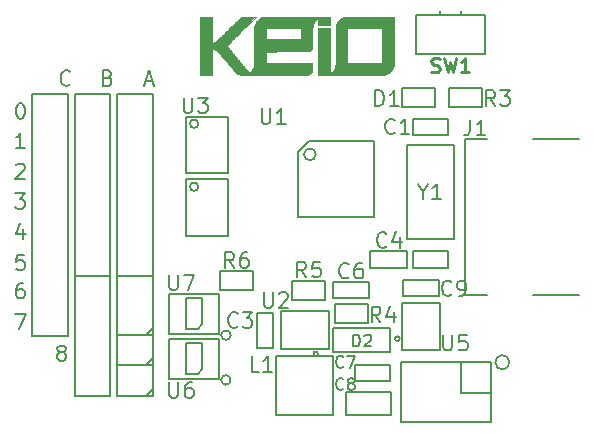
<source format=gbr>
G04 #@! TF.FileFunction,Other,ECO1*
%FSLAX46Y46*%
G04 Gerber Fmt 4.6, Leading zero omitted, Abs format (unit mm)*
G04 Created by KiCad (PCBNEW 4.0.5) date 02/11/17 17:41:13*
%MOMM*%
%LPD*%
G01*
G04 APERTURE LIST*
%ADD10C,0.100000*%
%ADD11C,0.200000*%
%ADD12C,0.250000*%
%ADD13C,0.010000*%
G04 APERTURE END LIST*
D10*
D11*
X85000000Y-85700000D02*
X85000000Y-87900000D01*
X83600000Y-85700000D02*
X85000000Y-85700000D01*
X85000000Y-87900000D02*
X84600000Y-88300000D01*
X84600000Y-88300000D02*
X83600000Y-88300000D01*
X83600000Y-88300000D02*
X83600000Y-85700000D01*
X85000000Y-81900000D02*
X85000000Y-84100000D01*
X83600000Y-81900000D02*
X85000000Y-81900000D01*
X83600000Y-84500000D02*
X83600000Y-81900000D01*
X84600000Y-84500000D02*
X83600000Y-84500000D01*
X85000000Y-84100000D02*
X84600000Y-84500000D01*
X87400000Y-88800000D02*
G75*
G03X87400000Y-88800000I-400000J0D01*
G01*
X87400000Y-85000000D02*
G75*
G03X87400000Y-85000000I-400000J0D01*
G01*
X80800000Y-84400000D02*
X80200000Y-85000000D01*
X80800000Y-86900000D02*
X80200000Y-87500000D01*
X80800000Y-89600000D02*
X80200000Y-90200000D01*
X77200000Y-80000000D02*
X74200000Y-80000000D01*
X70600000Y-85100000D02*
X70600000Y-64600000D01*
X73600000Y-85100000D02*
X70600000Y-85100000D01*
X73600000Y-64600000D02*
X73600000Y-85100000D01*
X70600000Y-64600000D02*
X73600000Y-64600000D01*
X74200000Y-64600000D02*
X77200000Y-64600000D01*
X74200000Y-90200000D02*
X74200000Y-64600000D01*
X77200000Y-90200000D02*
X74200000Y-90200000D01*
X77200000Y-64600000D02*
X77200000Y-90200000D01*
X77800000Y-64600000D02*
X77800000Y-80000000D01*
X80800000Y-64600000D02*
X77800000Y-64600000D01*
X80800000Y-80000000D02*
X80800000Y-64600000D01*
X77800000Y-87500000D02*
X80800000Y-87500000D01*
X77800000Y-90200000D02*
X77800000Y-85000000D01*
X80800000Y-90200000D02*
X77800000Y-90200000D01*
X80800000Y-87700000D02*
X80800000Y-90200000D01*
X80800000Y-85000000D02*
X80800000Y-87700000D01*
X77800000Y-85000000D02*
X77800000Y-80000000D01*
X80800000Y-85000000D02*
X77800000Y-85000000D01*
X80800000Y-80000000D02*
X80800000Y-85000000D01*
X77800000Y-80000000D02*
X80800000Y-80000000D01*
X94600000Y-69700000D02*
G75*
G03X94600000Y-69700000I-500000J0D01*
G01*
X93100000Y-69500000D02*
X93100000Y-75000000D01*
X94000000Y-68600000D02*
X93100000Y-69500000D01*
X99500000Y-68600000D02*
X94000000Y-68600000D01*
X99500000Y-75000000D02*
X99500000Y-68600000D01*
X93100000Y-75000000D02*
X99500000Y-75000000D01*
X105409524Y-84988095D02*
X105409524Y-86040476D01*
X105471429Y-86164286D01*
X105533333Y-86226190D01*
X105657143Y-86288095D01*
X105904762Y-86288095D01*
X106028571Y-86226190D01*
X106090476Y-86164286D01*
X106152381Y-86040476D01*
X106152381Y-84988095D01*
X107390476Y-84988095D02*
X106771429Y-84988095D01*
X106709524Y-85607143D01*
X106771429Y-85545238D01*
X106895238Y-85483333D01*
X107204762Y-85483333D01*
X107328572Y-85545238D01*
X107390476Y-85607143D01*
X107452381Y-85730952D01*
X107452381Y-86040476D01*
X107390476Y-86164286D01*
X107328572Y-86226190D01*
X107204762Y-86288095D01*
X106895238Y-86288095D01*
X106771429Y-86226190D01*
X106709524Y-86164286D01*
X107666667Y-66788095D02*
X107666667Y-67716667D01*
X107604763Y-67902381D01*
X107480953Y-68026190D01*
X107295239Y-68088095D01*
X107171429Y-68088095D01*
X108966667Y-68088095D02*
X108223810Y-68088095D01*
X108595239Y-68088095D02*
X108595239Y-66788095D01*
X108471429Y-66973810D01*
X108347620Y-67097619D01*
X108223810Y-67159524D01*
X107200000Y-81600000D02*
X109100000Y-81600000D01*
X107200000Y-68400000D02*
X107200000Y-81600000D01*
X109100000Y-68400000D02*
X107200000Y-68400000D01*
X113000000Y-81600000D02*
X116900000Y-81600000D01*
X113000000Y-68400000D02*
X116900000Y-68400000D01*
X73802381Y-63764286D02*
X73740476Y-63826190D01*
X73554762Y-63888095D01*
X73430952Y-63888095D01*
X73245238Y-63826190D01*
X73121429Y-63702381D01*
X73059524Y-63578571D01*
X72997619Y-63330952D01*
X72997619Y-63145238D01*
X73059524Y-62897619D01*
X73121429Y-62773810D01*
X73245238Y-62650000D01*
X73430952Y-62588095D01*
X73554762Y-62588095D01*
X73740476Y-62650000D01*
X73802381Y-62711905D01*
X76992857Y-63207143D02*
X77178571Y-63269048D01*
X77240476Y-63330952D01*
X77302381Y-63454762D01*
X77302381Y-63640476D01*
X77240476Y-63764286D01*
X77178571Y-63826190D01*
X77054762Y-63888095D01*
X76559524Y-63888095D01*
X76559524Y-62588095D01*
X76992857Y-62588095D01*
X77116667Y-62650000D01*
X77178571Y-62711905D01*
X77240476Y-62835714D01*
X77240476Y-62959524D01*
X77178571Y-63083333D01*
X77116667Y-63145238D01*
X76992857Y-63207143D01*
X76559524Y-63207143D01*
X80190476Y-63516667D02*
X80809524Y-63516667D01*
X80066667Y-63888095D02*
X80500000Y-62588095D01*
X80933333Y-63888095D01*
X72976191Y-86445238D02*
X72852382Y-86383333D01*
X72790477Y-86321429D01*
X72728572Y-86197619D01*
X72728572Y-86135714D01*
X72790477Y-86011905D01*
X72852382Y-85950000D01*
X72976191Y-85888095D01*
X73223810Y-85888095D01*
X73347620Y-85950000D01*
X73409524Y-86011905D01*
X73471429Y-86135714D01*
X73471429Y-86197619D01*
X73409524Y-86321429D01*
X73347620Y-86383333D01*
X73223810Y-86445238D01*
X72976191Y-86445238D01*
X72852382Y-86507143D01*
X72790477Y-86569048D01*
X72728572Y-86692857D01*
X72728572Y-86940476D01*
X72790477Y-87064286D01*
X72852382Y-87126190D01*
X72976191Y-87188095D01*
X73223810Y-87188095D01*
X73347620Y-87126190D01*
X73409524Y-87064286D01*
X73471429Y-86940476D01*
X73471429Y-86692857D01*
X73409524Y-86569048D01*
X73347620Y-86507143D01*
X73223810Y-86445238D01*
X69166667Y-83188095D02*
X70033334Y-83188095D01*
X69476191Y-84488095D01*
X69847620Y-80588095D02*
X69600001Y-80588095D01*
X69476191Y-80650000D01*
X69414286Y-80711905D01*
X69290477Y-80897619D01*
X69228572Y-81145238D01*
X69228572Y-81640476D01*
X69290477Y-81764286D01*
X69352382Y-81826190D01*
X69476191Y-81888095D01*
X69723810Y-81888095D01*
X69847620Y-81826190D01*
X69909524Y-81764286D01*
X69971429Y-81640476D01*
X69971429Y-81330952D01*
X69909524Y-81207143D01*
X69847620Y-81145238D01*
X69723810Y-81083333D01*
X69476191Y-81083333D01*
X69352382Y-81145238D01*
X69290477Y-81207143D01*
X69228572Y-81330952D01*
X69909524Y-78188095D02*
X69290477Y-78188095D01*
X69228572Y-78807143D01*
X69290477Y-78745238D01*
X69414286Y-78683333D01*
X69723810Y-78683333D01*
X69847620Y-78745238D01*
X69909524Y-78807143D01*
X69971429Y-78930952D01*
X69971429Y-79240476D01*
X69909524Y-79364286D01*
X69847620Y-79426190D01*
X69723810Y-79488095D01*
X69414286Y-79488095D01*
X69290477Y-79426190D01*
X69228572Y-79364286D01*
X69847620Y-76021429D02*
X69847620Y-76888095D01*
X69538096Y-75526190D02*
X69228572Y-76454762D01*
X70033334Y-76454762D01*
X69166667Y-72988095D02*
X69971429Y-72988095D01*
X69538096Y-73483333D01*
X69723810Y-73483333D01*
X69847620Y-73545238D01*
X69909524Y-73607143D01*
X69971429Y-73730952D01*
X69971429Y-74040476D01*
X69909524Y-74164286D01*
X69847620Y-74226190D01*
X69723810Y-74288095D01*
X69352382Y-74288095D01*
X69228572Y-74226190D01*
X69166667Y-74164286D01*
X69228572Y-70611905D02*
X69290477Y-70550000D01*
X69414286Y-70488095D01*
X69723810Y-70488095D01*
X69847620Y-70550000D01*
X69909524Y-70611905D01*
X69971429Y-70735714D01*
X69971429Y-70859524D01*
X69909524Y-71045238D01*
X69166667Y-71788095D01*
X69971429Y-71788095D01*
X69538096Y-65388095D02*
X69661905Y-65388095D01*
X69785715Y-65450000D01*
X69847620Y-65511905D01*
X69909524Y-65635714D01*
X69971429Y-65883333D01*
X69971429Y-66192857D01*
X69909524Y-66440476D01*
X69847620Y-66564286D01*
X69785715Y-66626190D01*
X69661905Y-66688095D01*
X69538096Y-66688095D01*
X69414286Y-66626190D01*
X69352382Y-66564286D01*
X69290477Y-66440476D01*
X69228572Y-66192857D01*
X69228572Y-65883333D01*
X69290477Y-65635714D01*
X69352382Y-65511905D01*
X69414286Y-65450000D01*
X69538096Y-65388095D01*
X69971429Y-69188095D02*
X69228572Y-69188095D01*
X69600001Y-69188095D02*
X69600001Y-67888095D01*
X69476191Y-68073810D01*
X69352382Y-68197619D01*
X69228572Y-68259524D01*
X82209524Y-88988095D02*
X82209524Y-90040476D01*
X82271429Y-90164286D01*
X82333333Y-90226190D01*
X82457143Y-90288095D01*
X82704762Y-90288095D01*
X82828571Y-90226190D01*
X82890476Y-90164286D01*
X82952381Y-90040476D01*
X82952381Y-88988095D01*
X84128572Y-88988095D02*
X83880953Y-88988095D01*
X83757143Y-89050000D01*
X83695238Y-89111905D01*
X83571429Y-89297619D01*
X83509524Y-89545238D01*
X83509524Y-90040476D01*
X83571429Y-90164286D01*
X83633334Y-90226190D01*
X83757143Y-90288095D01*
X84004762Y-90288095D01*
X84128572Y-90226190D01*
X84190476Y-90164286D01*
X84252381Y-90040476D01*
X84252381Y-89730952D01*
X84190476Y-89607143D01*
X84128572Y-89545238D01*
X84004762Y-89483333D01*
X83757143Y-89483333D01*
X83633334Y-89545238D01*
X83571429Y-89607143D01*
X83509524Y-89730952D01*
X82209524Y-79888095D02*
X82209524Y-80940476D01*
X82271429Y-81064286D01*
X82333333Y-81126190D01*
X82457143Y-81188095D01*
X82704762Y-81188095D01*
X82828571Y-81126190D01*
X82890476Y-81064286D01*
X82952381Y-80940476D01*
X82952381Y-79888095D01*
X83447619Y-79888095D02*
X84314286Y-79888095D01*
X83757143Y-81188095D01*
X87683334Y-79288095D02*
X87250001Y-78669048D01*
X86940477Y-79288095D02*
X86940477Y-77988095D01*
X87435715Y-77988095D01*
X87559524Y-78050000D01*
X87621429Y-78111905D01*
X87683334Y-78235714D01*
X87683334Y-78421429D01*
X87621429Y-78545238D01*
X87559524Y-78607143D01*
X87435715Y-78669048D01*
X86940477Y-78669048D01*
X88797620Y-77988095D02*
X88550001Y-77988095D01*
X88426191Y-78050000D01*
X88364286Y-78111905D01*
X88240477Y-78297619D01*
X88178572Y-78545238D01*
X88178572Y-79040476D01*
X88240477Y-79164286D01*
X88302382Y-79226190D01*
X88426191Y-79288095D01*
X88673810Y-79288095D01*
X88797620Y-79226190D01*
X88859524Y-79164286D01*
X88921429Y-79040476D01*
X88921429Y-78730952D01*
X88859524Y-78607143D01*
X88797620Y-78545238D01*
X88673810Y-78483333D01*
X88426191Y-78483333D01*
X88302382Y-78545238D01*
X88240477Y-78607143D01*
X88178572Y-78730952D01*
X90209524Y-81388095D02*
X90209524Y-82440476D01*
X90271429Y-82564286D01*
X90333333Y-82626190D01*
X90457143Y-82688095D01*
X90704762Y-82688095D01*
X90828571Y-82626190D01*
X90890476Y-82564286D01*
X90952381Y-82440476D01*
X90952381Y-81388095D01*
X91509524Y-81511905D02*
X91571429Y-81450000D01*
X91695238Y-81388095D01*
X92004762Y-81388095D01*
X92128572Y-81450000D01*
X92190476Y-81511905D01*
X92252381Y-81635714D01*
X92252381Y-81759524D01*
X92190476Y-81945238D01*
X91447619Y-82688095D01*
X92252381Y-82688095D01*
X87983334Y-84264286D02*
X87921429Y-84326190D01*
X87735715Y-84388095D01*
X87611905Y-84388095D01*
X87426191Y-84326190D01*
X87302382Y-84202381D01*
X87240477Y-84078571D01*
X87178572Y-83830952D01*
X87178572Y-83645238D01*
X87240477Y-83397619D01*
X87302382Y-83273810D01*
X87426191Y-83150000D01*
X87611905Y-83088095D01*
X87735715Y-83088095D01*
X87921429Y-83150000D01*
X87983334Y-83211905D01*
X88416667Y-83088095D02*
X89221429Y-83088095D01*
X88788096Y-83583333D01*
X88973810Y-83583333D01*
X89097620Y-83645238D01*
X89159524Y-83707143D01*
X89221429Y-83830952D01*
X89221429Y-84140476D01*
X89159524Y-84264286D01*
X89097620Y-84326190D01*
X88973810Y-84388095D01*
X88602382Y-84388095D01*
X88478572Y-84326190D01*
X88416667Y-84264286D01*
X89783333Y-88088095D02*
X89164286Y-88088095D01*
X89164286Y-86788095D01*
X90897619Y-88088095D02*
X90154762Y-88088095D01*
X90526191Y-88088095D02*
X90526191Y-86788095D01*
X90402381Y-86973810D01*
X90278572Y-87097619D01*
X90154762Y-87159524D01*
X96933334Y-89557143D02*
X96885715Y-89604762D01*
X96742858Y-89652381D01*
X96647620Y-89652381D01*
X96504762Y-89604762D01*
X96409524Y-89509524D01*
X96361905Y-89414286D01*
X96314286Y-89223810D01*
X96314286Y-89080952D01*
X96361905Y-88890476D01*
X96409524Y-88795238D01*
X96504762Y-88700000D01*
X96647620Y-88652381D01*
X96742858Y-88652381D01*
X96885715Y-88700000D01*
X96933334Y-88747619D01*
X97504762Y-89080952D02*
X97409524Y-89033333D01*
X97361905Y-88985714D01*
X97314286Y-88890476D01*
X97314286Y-88842857D01*
X97361905Y-88747619D01*
X97409524Y-88700000D01*
X97504762Y-88652381D01*
X97695239Y-88652381D01*
X97790477Y-88700000D01*
X97838096Y-88747619D01*
X97885715Y-88842857D01*
X97885715Y-88890476D01*
X97838096Y-88985714D01*
X97790477Y-89033333D01*
X97695239Y-89080952D01*
X97504762Y-89080952D01*
X97409524Y-89128571D01*
X97361905Y-89176190D01*
X97314286Y-89271429D01*
X97314286Y-89461905D01*
X97361905Y-89557143D01*
X97409524Y-89604762D01*
X97504762Y-89652381D01*
X97695239Y-89652381D01*
X97790477Y-89604762D01*
X97838096Y-89557143D01*
X97885715Y-89461905D01*
X97885715Y-89271429D01*
X97838096Y-89176190D01*
X97790477Y-89128571D01*
X97695239Y-89080952D01*
X96933334Y-87657143D02*
X96885715Y-87704762D01*
X96742858Y-87752381D01*
X96647620Y-87752381D01*
X96504762Y-87704762D01*
X96409524Y-87609524D01*
X96361905Y-87514286D01*
X96314286Y-87323810D01*
X96314286Y-87180952D01*
X96361905Y-86990476D01*
X96409524Y-86895238D01*
X96504762Y-86800000D01*
X96647620Y-86752381D01*
X96742858Y-86752381D01*
X96885715Y-86800000D01*
X96933334Y-86847619D01*
X97266667Y-86752381D02*
X97933334Y-86752381D01*
X97504762Y-87752381D01*
X97761905Y-85952381D02*
X97761905Y-84952381D01*
X98000000Y-84952381D01*
X98142858Y-85000000D01*
X98238096Y-85095238D01*
X98285715Y-85190476D01*
X98333334Y-85380952D01*
X98333334Y-85523810D01*
X98285715Y-85714286D01*
X98238096Y-85809524D01*
X98142858Y-85904762D01*
X98000000Y-85952381D01*
X97761905Y-85952381D01*
X98714286Y-85047619D02*
X98761905Y-85000000D01*
X98857143Y-84952381D01*
X99095239Y-84952381D01*
X99190477Y-85000000D01*
X99238096Y-85047619D01*
X99285715Y-85142857D01*
X99285715Y-85238095D01*
X99238096Y-85380952D01*
X98666667Y-85952381D01*
X99285715Y-85952381D01*
X100083334Y-83888095D02*
X99650001Y-83269048D01*
X99340477Y-83888095D02*
X99340477Y-82588095D01*
X99835715Y-82588095D01*
X99959524Y-82650000D01*
X100021429Y-82711905D01*
X100083334Y-82835714D01*
X100083334Y-83021429D01*
X100021429Y-83145238D01*
X99959524Y-83207143D01*
X99835715Y-83269048D01*
X99340477Y-83269048D01*
X101197620Y-83021429D02*
X101197620Y-83888095D01*
X100888096Y-82526190D02*
X100578572Y-83454762D01*
X101383334Y-83454762D01*
X93783334Y-80088095D02*
X93350001Y-79469048D01*
X93040477Y-80088095D02*
X93040477Y-78788095D01*
X93535715Y-78788095D01*
X93659524Y-78850000D01*
X93721429Y-78911905D01*
X93783334Y-79035714D01*
X93783334Y-79221429D01*
X93721429Y-79345238D01*
X93659524Y-79407143D01*
X93535715Y-79469048D01*
X93040477Y-79469048D01*
X94959524Y-78788095D02*
X94340477Y-78788095D01*
X94278572Y-79407143D01*
X94340477Y-79345238D01*
X94464286Y-79283333D01*
X94773810Y-79283333D01*
X94897620Y-79345238D01*
X94959524Y-79407143D01*
X95021429Y-79530952D01*
X95021429Y-79840476D01*
X94959524Y-79964286D01*
X94897620Y-80026190D01*
X94773810Y-80088095D01*
X94464286Y-80088095D01*
X94340477Y-80026190D01*
X94278572Y-79964286D01*
X97383334Y-80064286D02*
X97321429Y-80126190D01*
X97135715Y-80188095D01*
X97011905Y-80188095D01*
X96826191Y-80126190D01*
X96702382Y-80002381D01*
X96640477Y-79878571D01*
X96578572Y-79630952D01*
X96578572Y-79445238D01*
X96640477Y-79197619D01*
X96702382Y-79073810D01*
X96826191Y-78950000D01*
X97011905Y-78888095D01*
X97135715Y-78888095D01*
X97321429Y-78950000D01*
X97383334Y-79011905D01*
X98497620Y-78888095D02*
X98250001Y-78888095D01*
X98126191Y-78950000D01*
X98064286Y-79011905D01*
X97940477Y-79197619D01*
X97878572Y-79445238D01*
X97878572Y-79940476D01*
X97940477Y-80064286D01*
X98002382Y-80126190D01*
X98126191Y-80188095D01*
X98373810Y-80188095D01*
X98497620Y-80126190D01*
X98559524Y-80064286D01*
X98621429Y-79940476D01*
X98621429Y-79630952D01*
X98559524Y-79507143D01*
X98497620Y-79445238D01*
X98373810Y-79383333D01*
X98126191Y-79383333D01*
X98002382Y-79445238D01*
X97940477Y-79507143D01*
X97878572Y-79630952D01*
X106083334Y-81564286D02*
X106021429Y-81626190D01*
X105835715Y-81688095D01*
X105711905Y-81688095D01*
X105526191Y-81626190D01*
X105402382Y-81502381D01*
X105340477Y-81378571D01*
X105278572Y-81130952D01*
X105278572Y-80945238D01*
X105340477Y-80697619D01*
X105402382Y-80573810D01*
X105526191Y-80450000D01*
X105711905Y-80388095D01*
X105835715Y-80388095D01*
X106021429Y-80450000D01*
X106083334Y-80511905D01*
X106702382Y-81688095D02*
X106950001Y-81688095D01*
X107073810Y-81626190D01*
X107135715Y-81564286D01*
X107259524Y-81378571D01*
X107321429Y-81130952D01*
X107321429Y-80635714D01*
X107259524Y-80511905D01*
X107197620Y-80450000D01*
X107073810Y-80388095D01*
X106826191Y-80388095D01*
X106702382Y-80450000D01*
X106640477Y-80511905D01*
X106578572Y-80635714D01*
X106578572Y-80945238D01*
X106640477Y-81069048D01*
X106702382Y-81130952D01*
X106826191Y-81192857D01*
X107073810Y-81192857D01*
X107197620Y-81130952D01*
X107259524Y-81069048D01*
X107321429Y-80945238D01*
X100583334Y-77464286D02*
X100521429Y-77526190D01*
X100335715Y-77588095D01*
X100211905Y-77588095D01*
X100026191Y-77526190D01*
X99902382Y-77402381D01*
X99840477Y-77278571D01*
X99778572Y-77030952D01*
X99778572Y-76845238D01*
X99840477Y-76597619D01*
X99902382Y-76473810D01*
X100026191Y-76350000D01*
X100211905Y-76288095D01*
X100335715Y-76288095D01*
X100521429Y-76350000D01*
X100583334Y-76411905D01*
X101697620Y-76721429D02*
X101697620Y-77588095D01*
X101388096Y-76226190D02*
X101078572Y-77154762D01*
X101883334Y-77154762D01*
X86500000Y-79600000D02*
X89300000Y-79600000D01*
X86500000Y-81200000D02*
X86500000Y-79600000D01*
X89300000Y-81200000D02*
X86500000Y-81200000D01*
X89300000Y-79600000D02*
X89300000Y-81200000D01*
X82200000Y-84900000D02*
X82200000Y-81500000D01*
X86400000Y-84900000D02*
X82200000Y-84900000D01*
X86400000Y-81500000D02*
X86400000Y-84900000D01*
X82200000Y-81500000D02*
X86400000Y-81500000D01*
X82200000Y-88700000D02*
X82200000Y-85300000D01*
X86400000Y-88700000D02*
X82200000Y-88700000D01*
X86400000Y-85300000D02*
X86400000Y-88700000D01*
X82200000Y-85300000D02*
X86400000Y-85300000D01*
X111000000Y-87300000D02*
G75*
G03X111000000Y-87300000I-600000J0D01*
G01*
X106900000Y-89900000D02*
X109400000Y-89900000D01*
X106900000Y-87300000D02*
X106900000Y-89900000D01*
X109400000Y-87300000D02*
X101800000Y-87300000D01*
X109400000Y-92400000D02*
X109400000Y-87300000D01*
X101800000Y-92400000D02*
X109400000Y-92400000D01*
X101800000Y-87300000D02*
X101800000Y-92400000D01*
X97200000Y-91800000D02*
X97200000Y-89800000D01*
X101000000Y-91800000D02*
X97200000Y-91800000D01*
X101000000Y-89800000D02*
X101000000Y-91800000D01*
X100900000Y-89800000D02*
X101000000Y-89800000D01*
X97200000Y-89800000D02*
X100900000Y-89800000D01*
X97900000Y-88900000D02*
X97900000Y-87500000D01*
X100900000Y-88900000D02*
X97900000Y-88900000D01*
X100900000Y-87500000D02*
X100900000Y-88900000D01*
X97900000Y-87500000D02*
X100900000Y-87500000D01*
X91200000Y-91800000D02*
X91200000Y-86800000D01*
X96100000Y-91800000D02*
X91200000Y-91800000D01*
X96100000Y-86800000D02*
X96100000Y-91800000D01*
X91200000Y-86800000D02*
X96100000Y-86800000D01*
X89600000Y-86100000D02*
X89600000Y-83100000D01*
X91000000Y-86100000D02*
X89600000Y-86100000D01*
X91000000Y-83100000D02*
X91000000Y-86100000D01*
X89600000Y-83100000D02*
X91000000Y-83100000D01*
X94800000Y-86600000D02*
G75*
G03X94800000Y-86600000I-200000J0D01*
G01*
X91700000Y-83000000D02*
X91900000Y-83000000D01*
X91700000Y-86200000D02*
X91700000Y-83000000D01*
X95700000Y-86200000D02*
X91700000Y-86200000D01*
X95700000Y-83000000D02*
X95700000Y-86200000D01*
X91900000Y-83000000D02*
X95700000Y-83000000D01*
X96100000Y-84400000D02*
X100900000Y-84400000D01*
X96100000Y-86400000D02*
X96100000Y-84400000D01*
X100900000Y-86400000D02*
X96100000Y-86400000D01*
X100900000Y-84400000D02*
X100900000Y-86400000D01*
X101700000Y-85300000D02*
G75*
G03X101700000Y-85300000I-200000J0D01*
G01*
X101900000Y-82300000D02*
X101900000Y-82400000D01*
X105100000Y-82300000D02*
X101900000Y-82300000D01*
X105100000Y-86300000D02*
X105100000Y-82300000D01*
X101900000Y-86300000D02*
X105100000Y-86300000D01*
X101900000Y-86200000D02*
X101900000Y-86300000D01*
X101900000Y-82400000D02*
X101900000Y-86200000D01*
X96200000Y-82400000D02*
X96300000Y-82400000D01*
X96200000Y-84000000D02*
X96200000Y-82400000D01*
X99000000Y-84000000D02*
X96200000Y-84000000D01*
X99000000Y-82400000D02*
X99000000Y-84000000D01*
X98900000Y-82400000D02*
X99000000Y-82400000D01*
X96300000Y-82400000D02*
X98900000Y-82400000D01*
X92600000Y-80400000D02*
X92700000Y-80400000D01*
X92600000Y-82000000D02*
X92600000Y-80400000D01*
X95400000Y-82000000D02*
X92600000Y-82000000D01*
X95400000Y-80400000D02*
X95400000Y-82000000D01*
X95300000Y-80400000D02*
X95400000Y-80400000D01*
X92700000Y-80400000D02*
X95300000Y-80400000D01*
X96100000Y-81900000D02*
X96100000Y-80500000D01*
X99100000Y-81900000D02*
X96100000Y-81900000D01*
X99100000Y-80500000D02*
X99100000Y-81900000D01*
X96100000Y-80500000D02*
X99100000Y-80500000D01*
X102000000Y-81700000D02*
X105000000Y-81700000D01*
X102000000Y-81700000D02*
X102000000Y-80300000D01*
X105000000Y-80300000D02*
X105000000Y-81700000D01*
X102000000Y-80300000D02*
X105000000Y-80300000D01*
X102800000Y-79300000D02*
X102800000Y-77900000D01*
X105800000Y-79300000D02*
X102800000Y-79300000D01*
X105800000Y-77900000D02*
X105800000Y-79300000D01*
X102800000Y-77900000D02*
X105800000Y-77900000D01*
X99200000Y-77900000D02*
X102300000Y-77900000D01*
X99200000Y-79300000D02*
X99200000Y-77900000D01*
X102300000Y-79300000D02*
X99200000Y-79300000D01*
X102300000Y-77900000D02*
X102300000Y-79300000D01*
X83600000Y-76600000D02*
X83600000Y-71800000D01*
X87200000Y-76600000D02*
X83600000Y-76600000D01*
X87200000Y-71800000D02*
X87200000Y-76600000D01*
X83600000Y-71800000D02*
X87200000Y-71800000D01*
X84660555Y-72439445D02*
G75*
G03X84660555Y-72439445I-360555J0D01*
G01*
X84660555Y-67100000D02*
G75*
G03X84660555Y-67100000I-360555J0D01*
G01*
X83600000Y-71300000D02*
X83600000Y-66500000D01*
X87200000Y-71300000D02*
X83600000Y-71300000D01*
X87200000Y-66500000D02*
X87200000Y-71300000D01*
X83600000Y-66500000D02*
X87200000Y-66500000D01*
X83409524Y-64888095D02*
X83409524Y-65940476D01*
X83471429Y-66064286D01*
X83533333Y-66126190D01*
X83657143Y-66188095D01*
X83904762Y-66188095D01*
X84028571Y-66126190D01*
X84090476Y-66064286D01*
X84152381Y-65940476D01*
X84152381Y-64888095D01*
X84647619Y-64888095D02*
X85452381Y-64888095D01*
X85019048Y-65383333D01*
X85204762Y-65383333D01*
X85328572Y-65445238D01*
X85390476Y-65507143D01*
X85452381Y-65630952D01*
X85452381Y-65940476D01*
X85390476Y-66064286D01*
X85328572Y-66126190D01*
X85204762Y-66188095D01*
X84833334Y-66188095D01*
X84709524Y-66126190D01*
X84647619Y-66064286D01*
X90009524Y-65788095D02*
X90009524Y-66840476D01*
X90071429Y-66964286D01*
X90133333Y-67026190D01*
X90257143Y-67088095D01*
X90504762Y-67088095D01*
X90628571Y-67026190D01*
X90690476Y-66964286D01*
X90752381Y-66840476D01*
X90752381Y-65788095D01*
X92052381Y-67088095D02*
X91309524Y-67088095D01*
X91680953Y-67088095D02*
X91680953Y-65788095D01*
X91557143Y-65973810D01*
X91433334Y-66097619D01*
X91309524Y-66159524D01*
X102300000Y-76900000D02*
X102300000Y-68900000D01*
X106300000Y-76900000D02*
X102300000Y-76900000D01*
X106300000Y-68900000D02*
X106300000Y-76900000D01*
X102300000Y-68900000D02*
X106300000Y-68900000D01*
X103680953Y-72869048D02*
X103680953Y-73488095D01*
X103247620Y-72188095D02*
X103680953Y-72869048D01*
X104114286Y-72188095D01*
X105228572Y-73488095D02*
X104485715Y-73488095D01*
X104857144Y-73488095D02*
X104857144Y-72188095D01*
X104733334Y-72373810D01*
X104609525Y-72497619D01*
X104485715Y-72559524D01*
X101283334Y-67864286D02*
X101221429Y-67926190D01*
X101035715Y-67988095D01*
X100911905Y-67988095D01*
X100726191Y-67926190D01*
X100602382Y-67802381D01*
X100540477Y-67678571D01*
X100478572Y-67430952D01*
X100478572Y-67245238D01*
X100540477Y-66997619D01*
X100602382Y-66873810D01*
X100726191Y-66750000D01*
X100911905Y-66688095D01*
X101035715Y-66688095D01*
X101221429Y-66750000D01*
X101283334Y-66811905D01*
X102521429Y-67988095D02*
X101778572Y-67988095D01*
X102150001Y-67988095D02*
X102150001Y-66688095D01*
X102026191Y-66873810D01*
X101902382Y-66997619D01*
X101778572Y-67059524D01*
X99640477Y-65588095D02*
X99640477Y-64288095D01*
X99950001Y-64288095D01*
X100135715Y-64350000D01*
X100259524Y-64473810D01*
X100321429Y-64597619D01*
X100383334Y-64845238D01*
X100383334Y-65030952D01*
X100321429Y-65278571D01*
X100259524Y-65402381D01*
X100135715Y-65526190D01*
X99950001Y-65588095D01*
X99640477Y-65588095D01*
X101621429Y-65588095D02*
X100878572Y-65588095D01*
X101250001Y-65588095D02*
X101250001Y-64288095D01*
X101126191Y-64473810D01*
X101002382Y-64597619D01*
X100878572Y-64659524D01*
X102800000Y-66700000D02*
X105800000Y-66700000D01*
X102800000Y-68100000D02*
X102800000Y-66700000D01*
X105800000Y-68100000D02*
X102800000Y-68100000D01*
X105800000Y-66700000D02*
X105800000Y-68100000D01*
X101900000Y-64100000D02*
X104700000Y-64100000D01*
X101900000Y-65700000D02*
X101900000Y-64100000D01*
X104700000Y-65700000D02*
X101900000Y-65700000D01*
X104700000Y-64100000D02*
X104700000Y-65700000D01*
X105900000Y-64100000D02*
X108700000Y-64100000D01*
X105900000Y-65700000D02*
X105900000Y-64100000D01*
X108700000Y-65700000D02*
X105900000Y-65700000D01*
X108700000Y-64100000D02*
X108700000Y-65700000D01*
X109783334Y-65588095D02*
X109350001Y-64969048D01*
X109040477Y-65588095D02*
X109040477Y-64288095D01*
X109535715Y-64288095D01*
X109659524Y-64350000D01*
X109721429Y-64411905D01*
X109783334Y-64535714D01*
X109783334Y-64721429D01*
X109721429Y-64845238D01*
X109659524Y-64907143D01*
X109535715Y-64969048D01*
X109040477Y-64969048D01*
X110216667Y-64288095D02*
X111021429Y-64288095D01*
X110588096Y-64783333D01*
X110773810Y-64783333D01*
X110897620Y-64845238D01*
X110959524Y-64907143D01*
X111021429Y-65030952D01*
X111021429Y-65340476D01*
X110959524Y-65464286D01*
X110897620Y-65526190D01*
X110773810Y-65588095D01*
X110402382Y-65588095D01*
X110278572Y-65526190D01*
X110216667Y-65464286D01*
D12*
X104400000Y-62685714D02*
X104571429Y-62742857D01*
X104857143Y-62742857D01*
X104971429Y-62685714D01*
X105028572Y-62628571D01*
X105085715Y-62514286D01*
X105085715Y-62400000D01*
X105028572Y-62285714D01*
X104971429Y-62228571D01*
X104857143Y-62171429D01*
X104628572Y-62114286D01*
X104514286Y-62057143D01*
X104457143Y-62000000D01*
X104400000Y-61885714D01*
X104400000Y-61771429D01*
X104457143Y-61657143D01*
X104514286Y-61600000D01*
X104628572Y-61542857D01*
X104914286Y-61542857D01*
X105085715Y-61600000D01*
X105485715Y-61542857D02*
X105771429Y-62742857D01*
X106000000Y-61885714D01*
X106228572Y-62742857D01*
X106514286Y-61542857D01*
X107600001Y-62742857D02*
X106914286Y-62742857D01*
X107257144Y-62742857D02*
X107257144Y-61542857D01*
X107142858Y-61714286D01*
X107028572Y-61828571D01*
X106914286Y-61885714D01*
D11*
X106900000Y-57900000D02*
X106900000Y-57600000D01*
X105100000Y-57900000D02*
X105100000Y-57600000D01*
X103100000Y-61200000D02*
X103100000Y-57900000D01*
X108900000Y-57900000D02*
X108900000Y-61200000D01*
X108900000Y-57900000D02*
X103100000Y-57900000D01*
X103100000Y-61200000D02*
X108900000Y-61200000D01*
D13*
G36*
X95797199Y-58405526D02*
X95796117Y-58774916D01*
X94811923Y-58777068D01*
X94810837Y-58474288D01*
X94809751Y-58171507D01*
X94769534Y-58197451D01*
X94695803Y-58249970D01*
X94627638Y-58308622D01*
X94565362Y-58372921D01*
X94509296Y-58442377D01*
X94459765Y-58516503D01*
X94417090Y-58594810D01*
X94381594Y-58676812D01*
X94353601Y-58762019D01*
X94333431Y-58849944D01*
X94331734Y-58859583D01*
X94329918Y-58870642D01*
X94328252Y-58881914D01*
X94326729Y-58893786D01*
X94325344Y-58906646D01*
X94324089Y-58920881D01*
X94322959Y-58936879D01*
X94321947Y-58955025D01*
X94321048Y-58975709D01*
X94320253Y-58999316D01*
X94319558Y-59026235D01*
X94318956Y-59056853D01*
X94318440Y-59091556D01*
X94318005Y-59130733D01*
X94317643Y-59174771D01*
X94317349Y-59224056D01*
X94317116Y-59278976D01*
X94316938Y-59339919D01*
X94316808Y-59407272D01*
X94316720Y-59481421D01*
X94316668Y-59562755D01*
X94316646Y-59651661D01*
X94316646Y-59748525D01*
X94316650Y-59780333D01*
X94316656Y-59876727D01*
X94316645Y-59965020D01*
X94316614Y-60045577D01*
X94316559Y-60118766D01*
X94316479Y-60184950D01*
X94316369Y-60244497D01*
X94316228Y-60297771D01*
X94316052Y-60345139D01*
X94315840Y-60386966D01*
X94315587Y-60423618D01*
X94315291Y-60455461D01*
X94314950Y-60482860D01*
X94314560Y-60506182D01*
X94314119Y-60525791D01*
X94313623Y-60542054D01*
X94313071Y-60555336D01*
X94312459Y-60566003D01*
X94311785Y-60574421D01*
X94311045Y-60580956D01*
X94310469Y-60584707D01*
X94295490Y-60646245D01*
X94272737Y-60705221D01*
X94242717Y-60760835D01*
X94205938Y-60812284D01*
X94162906Y-60858768D01*
X94114129Y-60899487D01*
X94108549Y-60903499D01*
X94080350Y-60921323D01*
X94046706Y-60939182D01*
X94010525Y-60955720D01*
X93974713Y-60969586D01*
X93949695Y-60977458D01*
X93908051Y-60988950D01*
X92141692Y-60990043D01*
X90375334Y-60991136D01*
X90375334Y-61977433D01*
X94316567Y-61977433D01*
X94317243Y-62204974D01*
X94317404Y-62264013D01*
X94317500Y-62315265D01*
X94317514Y-62359408D01*
X94317429Y-62397122D01*
X94317228Y-62429085D01*
X94316893Y-62455977D01*
X94316408Y-62478477D01*
X94315755Y-62497264D01*
X94314916Y-62513017D01*
X94313876Y-62526415D01*
X94312615Y-62538137D01*
X94311119Y-62548862D01*
X94309368Y-62559269D01*
X94308100Y-62566109D01*
X94292321Y-62626923D01*
X94268934Y-62684764D01*
X94238474Y-62738970D01*
X94201479Y-62788878D01*
X94158486Y-62833827D01*
X94110031Y-62873154D01*
X94056650Y-62906197D01*
X94017262Y-62924972D01*
X93999635Y-62931691D01*
X93977277Y-62939184D01*
X93953704Y-62946308D01*
X93941062Y-62949766D01*
X93895351Y-62961683D01*
X88214217Y-62961683D01*
X88173036Y-62950309D01*
X88100678Y-62926091D01*
X88029119Y-62893740D01*
X87958951Y-62853588D01*
X87890763Y-62805966D01*
X87837451Y-62762196D01*
X87830953Y-62756032D01*
X87821598Y-62746423D01*
X87809217Y-62733175D01*
X87793641Y-62716094D01*
X87774700Y-62694987D01*
X87752224Y-62669658D01*
X87726046Y-62639914D01*
X87695995Y-62605560D01*
X87661902Y-62566402D01*
X87623598Y-62522247D01*
X87580915Y-62472899D01*
X87533681Y-62418165D01*
X87481729Y-62357851D01*
X87424889Y-62291762D01*
X87362992Y-62219704D01*
X87295869Y-62141483D01*
X87260398Y-62100122D01*
X87172781Y-61997936D01*
X87090499Y-61901977D01*
X87013377Y-61812041D01*
X86941241Y-61727927D01*
X86873915Y-61649434D01*
X86811225Y-61576358D01*
X86752996Y-61508497D01*
X86699052Y-61445650D01*
X86649218Y-61387615D01*
X86603321Y-61334189D01*
X86561184Y-61285171D01*
X86522633Y-61240358D01*
X86487492Y-61199548D01*
X86455588Y-61162540D01*
X86426744Y-61129130D01*
X86400786Y-61099118D01*
X86377540Y-61072300D01*
X86356829Y-61048475D01*
X86338479Y-61027441D01*
X86322316Y-61008996D01*
X86308163Y-60992938D01*
X86295847Y-60979064D01*
X86285192Y-60967172D01*
X86276023Y-60957061D01*
X86268165Y-60948528D01*
X86261444Y-60941372D01*
X86255684Y-60935389D01*
X86250711Y-60930379D01*
X86246349Y-60926139D01*
X86242424Y-60922467D01*
X86238760Y-60919161D01*
X86235201Y-60916034D01*
X86206255Y-60892343D01*
X86173808Y-60868332D01*
X86140067Y-60845478D01*
X86107241Y-60825258D01*
X86077540Y-60809150D01*
X86069944Y-60805513D01*
X86038721Y-60792364D01*
X86004404Y-60780078D01*
X85968632Y-60769063D01*
X85933043Y-60759728D01*
X85899278Y-60752481D01*
X85868976Y-60747731D01*
X85843776Y-60745885D01*
X85832201Y-60746301D01*
X85818150Y-60747650D01*
X85817084Y-61855724D01*
X85816018Y-62963800D01*
X84783101Y-62963800D01*
X84783101Y-58036200D01*
X85816018Y-58036200D01*
X85817084Y-59144274D01*
X85818150Y-60252350D01*
X85847784Y-60251091D01*
X85894631Y-60245627D01*
X85945129Y-60233270D01*
X85998534Y-60214363D01*
X86054102Y-60189250D01*
X86111091Y-60158276D01*
X86168757Y-60121783D01*
X86226356Y-60080115D01*
X86239367Y-60069954D01*
X86245270Y-60064664D01*
X86256915Y-60053626D01*
X86274061Y-60037081D01*
X86296464Y-60015269D01*
X86323883Y-59988431D01*
X86356073Y-59956806D01*
X86392794Y-59920636D01*
X86433801Y-59880160D01*
X86478853Y-59835619D01*
X86527707Y-59787254D01*
X86580120Y-59735304D01*
X86635849Y-59680011D01*
X86694652Y-59621614D01*
X86756286Y-59560355D01*
X86820509Y-59496472D01*
X86887078Y-59430208D01*
X86955750Y-59361801D01*
X87026282Y-59291493D01*
X87098432Y-59219524D01*
X87171958Y-59146134D01*
X87181284Y-59136822D01*
X87274589Y-59043679D01*
X87363597Y-58954882D01*
X87448210Y-58870529D01*
X87528329Y-58790716D01*
X87603857Y-58715542D01*
X87674694Y-58645104D01*
X87740743Y-58579499D01*
X87801906Y-58518823D01*
X87858083Y-58463176D01*
X87909176Y-58412653D01*
X87955088Y-58367353D01*
X87995719Y-58327372D01*
X88030973Y-58292808D01*
X88060749Y-58263759D01*
X88084950Y-58240321D01*
X88103477Y-58222592D01*
X88116233Y-58210669D01*
X88123118Y-58204650D01*
X88123200Y-58204586D01*
X88185351Y-58160640D01*
X88249309Y-58122540D01*
X88313724Y-58091011D01*
X88377248Y-58066774D01*
X88385667Y-58064105D01*
X88398761Y-58060034D01*
X88410643Y-58056378D01*
X88421817Y-58053117D01*
X88432784Y-58050227D01*
X88444048Y-58047685D01*
X88456110Y-58045470D01*
X88469472Y-58043559D01*
X88484638Y-58041930D01*
X88502108Y-58040560D01*
X88522387Y-58039427D01*
X88545975Y-58038509D01*
X88573375Y-58037782D01*
X88605090Y-58037225D01*
X88641621Y-58036816D01*
X88683472Y-58036531D01*
X88731144Y-58036349D01*
X88785140Y-58036248D01*
X88845962Y-58036203D01*
X88914112Y-58036196D01*
X88990093Y-58036200D01*
X89513845Y-58036200D01*
X88282244Y-59267806D01*
X88174544Y-59375518D01*
X88072713Y-59477383D01*
X87976622Y-59573532D01*
X87886144Y-59664092D01*
X87801150Y-59749195D01*
X87721512Y-59828970D01*
X87647100Y-59903545D01*
X87577787Y-59973051D01*
X87513443Y-60037616D01*
X87453942Y-60097372D01*
X87399154Y-60152446D01*
X87348950Y-60202968D01*
X87303202Y-60249069D01*
X87261783Y-60290876D01*
X87224563Y-60328521D01*
X87191413Y-60362132D01*
X87162206Y-60391839D01*
X87136813Y-60417771D01*
X87115106Y-60440058D01*
X87096956Y-60458830D01*
X87082234Y-60474215D01*
X87070812Y-60486343D01*
X87062563Y-60495345D01*
X87057356Y-60501348D01*
X87055064Y-60504483D01*
X87054953Y-60504998D01*
X87058660Y-60509559D01*
X87067512Y-60520318D01*
X87081273Y-60536990D01*
X87099706Y-60559288D01*
X87122571Y-60586925D01*
X87149633Y-60619616D01*
X87180654Y-60657075D01*
X87215397Y-60699015D01*
X87253623Y-60745150D01*
X87295097Y-60795195D01*
X87339579Y-60848862D01*
X87386833Y-60905866D01*
X87436622Y-60965921D01*
X87488708Y-61028740D01*
X87542853Y-61094038D01*
X87598821Y-61161528D01*
X87656374Y-61230924D01*
X87715274Y-61301939D01*
X87775284Y-61374289D01*
X87836167Y-61447686D01*
X87897685Y-61521845D01*
X87959600Y-61596479D01*
X88021677Y-61671302D01*
X88083676Y-61746029D01*
X88145361Y-61820372D01*
X88206494Y-61894046D01*
X88266839Y-61966765D01*
X88326156Y-62038242D01*
X88384210Y-62108191D01*
X88440762Y-62176327D01*
X88495575Y-62242362D01*
X88548413Y-62306012D01*
X88599037Y-62366989D01*
X88647209Y-62425008D01*
X88692694Y-62479782D01*
X88735253Y-62531025D01*
X88774648Y-62578452D01*
X88810643Y-62621776D01*
X88843000Y-62660710D01*
X88871482Y-62694969D01*
X88895851Y-62724267D01*
X88915869Y-62748317D01*
X88931301Y-62766834D01*
X88941907Y-62779530D01*
X88947451Y-62786121D01*
X88948224Y-62787012D01*
X88959355Y-62798608D01*
X88992942Y-62773455D01*
X89064427Y-62714938D01*
X89128985Y-62651617D01*
X89186650Y-62583440D01*
X89237453Y-62510352D01*
X89281427Y-62432302D01*
X89318605Y-62349235D01*
X89349019Y-62261100D01*
X89372702Y-62167842D01*
X89377162Y-62145860D01*
X89386421Y-62098083D01*
X89389059Y-60512700D01*
X89389285Y-60374296D01*
X89389493Y-60244095D01*
X89389687Y-60121831D01*
X89389869Y-60007241D01*
X89390045Y-59900058D01*
X89390218Y-59800020D01*
X89390392Y-59706861D01*
X89390572Y-59620317D01*
X89390760Y-59540124D01*
X89390962Y-59466016D01*
X89391181Y-59397729D01*
X89391420Y-59334999D01*
X89391685Y-59277561D01*
X89391979Y-59225151D01*
X89392306Y-59177503D01*
X89392670Y-59134355D01*
X89393075Y-59095440D01*
X89393524Y-59060494D01*
X89394023Y-59029254D01*
X89394155Y-59022566D01*
X90375334Y-59022566D01*
X90375334Y-59953899D01*
X93334434Y-59953899D01*
X93334434Y-59022566D01*
X90375334Y-59022566D01*
X89394155Y-59022566D01*
X89394574Y-59001454D01*
X89395182Y-58976829D01*
X89395851Y-58955116D01*
X89396585Y-58936050D01*
X89397387Y-58919366D01*
X89398262Y-58904799D01*
X89399214Y-58892086D01*
X89400247Y-58880961D01*
X89401364Y-58871160D01*
X89402569Y-58862418D01*
X89403867Y-58854472D01*
X89405262Y-58847056D01*
X89406757Y-58839905D01*
X89408357Y-58832756D01*
X89410065Y-58825344D01*
X89411886Y-58817404D01*
X89413822Y-58808672D01*
X89414704Y-58804550D01*
X89429485Y-58746574D01*
X89449592Y-58685782D01*
X89473944Y-58624889D01*
X89501456Y-58566613D01*
X89529939Y-58515482D01*
X89581919Y-58437879D01*
X89639449Y-58366633D01*
X89702364Y-58301855D01*
X89770501Y-58243653D01*
X89843693Y-58192140D01*
X89921775Y-58147425D01*
X90004584Y-58109619D01*
X90091953Y-58078833D01*
X90183718Y-58055175D01*
X90231401Y-58046020D01*
X90234600Y-58045516D01*
X90238290Y-58045034D01*
X90242664Y-58044574D01*
X90247915Y-58044135D01*
X90254239Y-58043717D01*
X90261829Y-58043319D01*
X90270878Y-58042941D01*
X90281582Y-58042581D01*
X90294133Y-58042240D01*
X90308726Y-58041916D01*
X90325555Y-58041610D01*
X90344814Y-58041320D01*
X90366697Y-58041046D01*
X90391398Y-58040787D01*
X90419110Y-58040543D01*
X90450029Y-58040313D01*
X90484347Y-58040097D01*
X90522259Y-58039893D01*
X90563958Y-58039701D01*
X90609640Y-58039522D01*
X90659497Y-58039353D01*
X90713724Y-58039194D01*
X90772514Y-58039046D01*
X90836062Y-58038907D01*
X90904562Y-58038776D01*
X90978208Y-58038653D01*
X91057193Y-58038538D01*
X91141712Y-58038430D01*
X91231958Y-58038328D01*
X91328126Y-58038231D01*
X91430410Y-58038139D01*
X91539003Y-58038052D01*
X91654100Y-58037969D01*
X91775894Y-58037889D01*
X91904580Y-58037811D01*
X92040351Y-58037735D01*
X92183402Y-58037661D01*
X92333926Y-58037588D01*
X92492118Y-58037514D01*
X92658171Y-58037441D01*
X92832280Y-58037366D01*
X93014638Y-58037289D01*
X93037065Y-58037280D01*
X95798280Y-58036137D01*
X95797199Y-58405526D01*
X95797199Y-58405526D01*
G37*
X95797199Y-58405526D02*
X95796117Y-58774916D01*
X94811923Y-58777068D01*
X94810837Y-58474288D01*
X94809751Y-58171507D01*
X94769534Y-58197451D01*
X94695803Y-58249970D01*
X94627638Y-58308622D01*
X94565362Y-58372921D01*
X94509296Y-58442377D01*
X94459765Y-58516503D01*
X94417090Y-58594810D01*
X94381594Y-58676812D01*
X94353601Y-58762019D01*
X94333431Y-58849944D01*
X94331734Y-58859583D01*
X94329918Y-58870642D01*
X94328252Y-58881914D01*
X94326729Y-58893786D01*
X94325344Y-58906646D01*
X94324089Y-58920881D01*
X94322959Y-58936879D01*
X94321947Y-58955025D01*
X94321048Y-58975709D01*
X94320253Y-58999316D01*
X94319558Y-59026235D01*
X94318956Y-59056853D01*
X94318440Y-59091556D01*
X94318005Y-59130733D01*
X94317643Y-59174771D01*
X94317349Y-59224056D01*
X94317116Y-59278976D01*
X94316938Y-59339919D01*
X94316808Y-59407272D01*
X94316720Y-59481421D01*
X94316668Y-59562755D01*
X94316646Y-59651661D01*
X94316646Y-59748525D01*
X94316650Y-59780333D01*
X94316656Y-59876727D01*
X94316645Y-59965020D01*
X94316614Y-60045577D01*
X94316559Y-60118766D01*
X94316479Y-60184950D01*
X94316369Y-60244497D01*
X94316228Y-60297771D01*
X94316052Y-60345139D01*
X94315840Y-60386966D01*
X94315587Y-60423618D01*
X94315291Y-60455461D01*
X94314950Y-60482860D01*
X94314560Y-60506182D01*
X94314119Y-60525791D01*
X94313623Y-60542054D01*
X94313071Y-60555336D01*
X94312459Y-60566003D01*
X94311785Y-60574421D01*
X94311045Y-60580956D01*
X94310469Y-60584707D01*
X94295490Y-60646245D01*
X94272737Y-60705221D01*
X94242717Y-60760835D01*
X94205938Y-60812284D01*
X94162906Y-60858768D01*
X94114129Y-60899487D01*
X94108549Y-60903499D01*
X94080350Y-60921323D01*
X94046706Y-60939182D01*
X94010525Y-60955720D01*
X93974713Y-60969586D01*
X93949695Y-60977458D01*
X93908051Y-60988950D01*
X92141692Y-60990043D01*
X90375334Y-60991136D01*
X90375334Y-61977433D01*
X94316567Y-61977433D01*
X94317243Y-62204974D01*
X94317404Y-62264013D01*
X94317500Y-62315265D01*
X94317514Y-62359408D01*
X94317429Y-62397122D01*
X94317228Y-62429085D01*
X94316893Y-62455977D01*
X94316408Y-62478477D01*
X94315755Y-62497264D01*
X94314916Y-62513017D01*
X94313876Y-62526415D01*
X94312615Y-62538137D01*
X94311119Y-62548862D01*
X94309368Y-62559269D01*
X94308100Y-62566109D01*
X94292321Y-62626923D01*
X94268934Y-62684764D01*
X94238474Y-62738970D01*
X94201479Y-62788878D01*
X94158486Y-62833827D01*
X94110031Y-62873154D01*
X94056650Y-62906197D01*
X94017262Y-62924972D01*
X93999635Y-62931691D01*
X93977277Y-62939184D01*
X93953704Y-62946308D01*
X93941062Y-62949766D01*
X93895351Y-62961683D01*
X88214217Y-62961683D01*
X88173036Y-62950309D01*
X88100678Y-62926091D01*
X88029119Y-62893740D01*
X87958951Y-62853588D01*
X87890763Y-62805966D01*
X87837451Y-62762196D01*
X87830953Y-62756032D01*
X87821598Y-62746423D01*
X87809217Y-62733175D01*
X87793641Y-62716094D01*
X87774700Y-62694987D01*
X87752224Y-62669658D01*
X87726046Y-62639914D01*
X87695995Y-62605560D01*
X87661902Y-62566402D01*
X87623598Y-62522247D01*
X87580915Y-62472899D01*
X87533681Y-62418165D01*
X87481729Y-62357851D01*
X87424889Y-62291762D01*
X87362992Y-62219704D01*
X87295869Y-62141483D01*
X87260398Y-62100122D01*
X87172781Y-61997936D01*
X87090499Y-61901977D01*
X87013377Y-61812041D01*
X86941241Y-61727927D01*
X86873915Y-61649434D01*
X86811225Y-61576358D01*
X86752996Y-61508497D01*
X86699052Y-61445650D01*
X86649218Y-61387615D01*
X86603321Y-61334189D01*
X86561184Y-61285171D01*
X86522633Y-61240358D01*
X86487492Y-61199548D01*
X86455588Y-61162540D01*
X86426744Y-61129130D01*
X86400786Y-61099118D01*
X86377540Y-61072300D01*
X86356829Y-61048475D01*
X86338479Y-61027441D01*
X86322316Y-61008996D01*
X86308163Y-60992938D01*
X86295847Y-60979064D01*
X86285192Y-60967172D01*
X86276023Y-60957061D01*
X86268165Y-60948528D01*
X86261444Y-60941372D01*
X86255684Y-60935389D01*
X86250711Y-60930379D01*
X86246349Y-60926139D01*
X86242424Y-60922467D01*
X86238760Y-60919161D01*
X86235201Y-60916034D01*
X86206255Y-60892343D01*
X86173808Y-60868332D01*
X86140067Y-60845478D01*
X86107241Y-60825258D01*
X86077540Y-60809150D01*
X86069944Y-60805513D01*
X86038721Y-60792364D01*
X86004404Y-60780078D01*
X85968632Y-60769063D01*
X85933043Y-60759728D01*
X85899278Y-60752481D01*
X85868976Y-60747731D01*
X85843776Y-60745885D01*
X85832201Y-60746301D01*
X85818150Y-60747650D01*
X85817084Y-61855724D01*
X85816018Y-62963800D01*
X84783101Y-62963800D01*
X84783101Y-58036200D01*
X85816018Y-58036200D01*
X85817084Y-59144274D01*
X85818150Y-60252350D01*
X85847784Y-60251091D01*
X85894631Y-60245627D01*
X85945129Y-60233270D01*
X85998534Y-60214363D01*
X86054102Y-60189250D01*
X86111091Y-60158276D01*
X86168757Y-60121783D01*
X86226356Y-60080115D01*
X86239367Y-60069954D01*
X86245270Y-60064664D01*
X86256915Y-60053626D01*
X86274061Y-60037081D01*
X86296464Y-60015269D01*
X86323883Y-59988431D01*
X86356073Y-59956806D01*
X86392794Y-59920636D01*
X86433801Y-59880160D01*
X86478853Y-59835619D01*
X86527707Y-59787254D01*
X86580120Y-59735304D01*
X86635849Y-59680011D01*
X86694652Y-59621614D01*
X86756286Y-59560355D01*
X86820509Y-59496472D01*
X86887078Y-59430208D01*
X86955750Y-59361801D01*
X87026282Y-59291493D01*
X87098432Y-59219524D01*
X87171958Y-59146134D01*
X87181284Y-59136822D01*
X87274589Y-59043679D01*
X87363597Y-58954882D01*
X87448210Y-58870529D01*
X87528329Y-58790716D01*
X87603857Y-58715542D01*
X87674694Y-58645104D01*
X87740743Y-58579499D01*
X87801906Y-58518823D01*
X87858083Y-58463176D01*
X87909176Y-58412653D01*
X87955088Y-58367353D01*
X87995719Y-58327372D01*
X88030973Y-58292808D01*
X88060749Y-58263759D01*
X88084950Y-58240321D01*
X88103477Y-58222592D01*
X88116233Y-58210669D01*
X88123118Y-58204650D01*
X88123200Y-58204586D01*
X88185351Y-58160640D01*
X88249309Y-58122540D01*
X88313724Y-58091011D01*
X88377248Y-58066774D01*
X88385667Y-58064105D01*
X88398761Y-58060034D01*
X88410643Y-58056378D01*
X88421817Y-58053117D01*
X88432784Y-58050227D01*
X88444048Y-58047685D01*
X88456110Y-58045470D01*
X88469472Y-58043559D01*
X88484638Y-58041930D01*
X88502108Y-58040560D01*
X88522387Y-58039427D01*
X88545975Y-58038509D01*
X88573375Y-58037782D01*
X88605090Y-58037225D01*
X88641621Y-58036816D01*
X88683472Y-58036531D01*
X88731144Y-58036349D01*
X88785140Y-58036248D01*
X88845962Y-58036203D01*
X88914112Y-58036196D01*
X88990093Y-58036200D01*
X89513845Y-58036200D01*
X88282244Y-59267806D01*
X88174544Y-59375518D01*
X88072713Y-59477383D01*
X87976622Y-59573532D01*
X87886144Y-59664092D01*
X87801150Y-59749195D01*
X87721512Y-59828970D01*
X87647100Y-59903545D01*
X87577787Y-59973051D01*
X87513443Y-60037616D01*
X87453942Y-60097372D01*
X87399154Y-60152446D01*
X87348950Y-60202968D01*
X87303202Y-60249069D01*
X87261783Y-60290876D01*
X87224563Y-60328521D01*
X87191413Y-60362132D01*
X87162206Y-60391839D01*
X87136813Y-60417771D01*
X87115106Y-60440058D01*
X87096956Y-60458830D01*
X87082234Y-60474215D01*
X87070812Y-60486343D01*
X87062563Y-60495345D01*
X87057356Y-60501348D01*
X87055064Y-60504483D01*
X87054953Y-60504998D01*
X87058660Y-60509559D01*
X87067512Y-60520318D01*
X87081273Y-60536990D01*
X87099706Y-60559288D01*
X87122571Y-60586925D01*
X87149633Y-60619616D01*
X87180654Y-60657075D01*
X87215397Y-60699015D01*
X87253623Y-60745150D01*
X87295097Y-60795195D01*
X87339579Y-60848862D01*
X87386833Y-60905866D01*
X87436622Y-60965921D01*
X87488708Y-61028740D01*
X87542853Y-61094038D01*
X87598821Y-61161528D01*
X87656374Y-61230924D01*
X87715274Y-61301939D01*
X87775284Y-61374289D01*
X87836167Y-61447686D01*
X87897685Y-61521845D01*
X87959600Y-61596479D01*
X88021677Y-61671302D01*
X88083676Y-61746029D01*
X88145361Y-61820372D01*
X88206494Y-61894046D01*
X88266839Y-61966765D01*
X88326156Y-62038242D01*
X88384210Y-62108191D01*
X88440762Y-62176327D01*
X88495575Y-62242362D01*
X88548413Y-62306012D01*
X88599037Y-62366989D01*
X88647209Y-62425008D01*
X88692694Y-62479782D01*
X88735253Y-62531025D01*
X88774648Y-62578452D01*
X88810643Y-62621776D01*
X88843000Y-62660710D01*
X88871482Y-62694969D01*
X88895851Y-62724267D01*
X88915869Y-62748317D01*
X88931301Y-62766834D01*
X88941907Y-62779530D01*
X88947451Y-62786121D01*
X88948224Y-62787012D01*
X88959355Y-62798608D01*
X88992942Y-62773455D01*
X89064427Y-62714938D01*
X89128985Y-62651617D01*
X89186650Y-62583440D01*
X89237453Y-62510352D01*
X89281427Y-62432302D01*
X89318605Y-62349235D01*
X89349019Y-62261100D01*
X89372702Y-62167842D01*
X89377162Y-62145860D01*
X89386421Y-62098083D01*
X89389059Y-60512700D01*
X89389285Y-60374296D01*
X89389493Y-60244095D01*
X89389687Y-60121831D01*
X89389869Y-60007241D01*
X89390045Y-59900058D01*
X89390218Y-59800020D01*
X89390392Y-59706861D01*
X89390572Y-59620317D01*
X89390760Y-59540124D01*
X89390962Y-59466016D01*
X89391181Y-59397729D01*
X89391420Y-59334999D01*
X89391685Y-59277561D01*
X89391979Y-59225151D01*
X89392306Y-59177503D01*
X89392670Y-59134355D01*
X89393075Y-59095440D01*
X89393524Y-59060494D01*
X89394023Y-59029254D01*
X89394155Y-59022566D01*
X90375334Y-59022566D01*
X90375334Y-59953899D01*
X93334434Y-59953899D01*
X93334434Y-59022566D01*
X90375334Y-59022566D01*
X89394155Y-59022566D01*
X89394574Y-59001454D01*
X89395182Y-58976829D01*
X89395851Y-58955116D01*
X89396585Y-58936050D01*
X89397387Y-58919366D01*
X89398262Y-58904799D01*
X89399214Y-58892086D01*
X89400247Y-58880961D01*
X89401364Y-58871160D01*
X89402569Y-58862418D01*
X89403867Y-58854472D01*
X89405262Y-58847056D01*
X89406757Y-58839905D01*
X89408357Y-58832756D01*
X89410065Y-58825344D01*
X89411886Y-58817404D01*
X89413822Y-58808672D01*
X89414704Y-58804550D01*
X89429485Y-58746574D01*
X89449592Y-58685782D01*
X89473944Y-58624889D01*
X89501456Y-58566613D01*
X89529939Y-58515482D01*
X89581919Y-58437879D01*
X89639449Y-58366633D01*
X89702364Y-58301855D01*
X89770501Y-58243653D01*
X89843693Y-58192140D01*
X89921775Y-58147425D01*
X90004584Y-58109619D01*
X90091953Y-58078833D01*
X90183718Y-58055175D01*
X90231401Y-58046020D01*
X90234600Y-58045516D01*
X90238290Y-58045034D01*
X90242664Y-58044574D01*
X90247915Y-58044135D01*
X90254239Y-58043717D01*
X90261829Y-58043319D01*
X90270878Y-58042941D01*
X90281582Y-58042581D01*
X90294133Y-58042240D01*
X90308726Y-58041916D01*
X90325555Y-58041610D01*
X90344814Y-58041320D01*
X90366697Y-58041046D01*
X90391398Y-58040787D01*
X90419110Y-58040543D01*
X90450029Y-58040313D01*
X90484347Y-58040097D01*
X90522259Y-58039893D01*
X90563958Y-58039701D01*
X90609640Y-58039522D01*
X90659497Y-58039353D01*
X90713724Y-58039194D01*
X90772514Y-58039046D01*
X90836062Y-58038907D01*
X90904562Y-58038776D01*
X90978208Y-58038653D01*
X91057193Y-58038538D01*
X91141712Y-58038430D01*
X91231958Y-58038328D01*
X91328126Y-58038231D01*
X91430410Y-58038139D01*
X91539003Y-58038052D01*
X91654100Y-58037969D01*
X91775894Y-58037889D01*
X91904580Y-58037811D01*
X92040351Y-58037735D01*
X92183402Y-58037661D01*
X92333926Y-58037588D01*
X92492118Y-58037514D01*
X92658171Y-58037441D01*
X92832280Y-58037366D01*
X93014638Y-58037289D01*
X93037065Y-58037280D01*
X95798280Y-58036137D01*
X95797199Y-58405526D01*
G36*
X101215820Y-60056510D02*
X101215728Y-60212890D01*
X101215639Y-60361031D01*
X101215550Y-60501161D01*
X101215462Y-60633508D01*
X101215372Y-60758300D01*
X101215281Y-60875764D01*
X101215187Y-60986129D01*
X101215090Y-61089622D01*
X101214987Y-61186471D01*
X101214879Y-61276905D01*
X101214765Y-61361150D01*
X101214643Y-61439435D01*
X101214512Y-61511987D01*
X101214372Y-61579035D01*
X101214222Y-61640806D01*
X101214060Y-61697528D01*
X101213885Y-61749429D01*
X101213698Y-61796737D01*
X101213496Y-61839680D01*
X101213280Y-61878486D01*
X101213047Y-61913381D01*
X101212796Y-61944595D01*
X101212528Y-61972355D01*
X101212241Y-61996889D01*
X101211934Y-62018425D01*
X101211606Y-62037191D01*
X101211257Y-62053414D01*
X101210884Y-62067322D01*
X101210488Y-62079144D01*
X101210067Y-62089107D01*
X101209620Y-62097438D01*
X101209147Y-62104367D01*
X101208646Y-62110120D01*
X101208116Y-62114925D01*
X101207557Y-62119011D01*
X101207182Y-62121366D01*
X101187538Y-62215150D01*
X101160908Y-62304178D01*
X101127241Y-62388545D01*
X101086488Y-62468348D01*
X101038598Y-62543686D01*
X100983523Y-62614653D01*
X100921212Y-62681348D01*
X100917876Y-62684601D01*
X100850152Y-62744948D01*
X100778825Y-62797887D01*
X100703585Y-62843572D01*
X100624120Y-62882159D01*
X100540119Y-62913801D01*
X100451270Y-62938654D01*
X100374467Y-62954092D01*
X100371235Y-62954590D01*
X100367453Y-62955065D01*
X100362927Y-62955518D01*
X100357464Y-62955951D01*
X100350868Y-62956363D01*
X100342948Y-62956756D01*
X100333508Y-62957129D01*
X100322354Y-62957483D01*
X100309294Y-62957820D01*
X100294132Y-62958139D01*
X100276676Y-62958442D01*
X100256731Y-62958728D01*
X100234103Y-62958998D01*
X100208598Y-62959254D01*
X100180023Y-62959495D01*
X100148184Y-62959722D01*
X100112887Y-62959936D01*
X100073938Y-62960138D01*
X100031142Y-62960327D01*
X99984307Y-62960505D01*
X99933238Y-62960672D01*
X99877742Y-62960829D01*
X99817624Y-62960976D01*
X99752690Y-62961114D01*
X99682748Y-62961244D01*
X99607602Y-62961366D01*
X99527059Y-62961480D01*
X99440925Y-62961588D01*
X99349007Y-62961690D01*
X99251110Y-62961786D01*
X99147040Y-62961878D01*
X99036605Y-62961965D01*
X98919608Y-62962048D01*
X98795858Y-62962129D01*
X98665159Y-62962206D01*
X98527319Y-62962282D01*
X98382143Y-62962357D01*
X98229437Y-62962431D01*
X98069007Y-62962505D01*
X97900660Y-62962579D01*
X97724202Y-62962655D01*
X97570942Y-62962719D01*
X94811867Y-62963863D01*
X94811867Y-59022566D01*
X95798225Y-59022566D01*
X95799288Y-60928146D01*
X95800351Y-62833727D01*
X95851151Y-62799745D01*
X95924734Y-62745517D01*
X95992376Y-62685382D01*
X96053810Y-62619719D01*
X96108767Y-62548906D01*
X96156981Y-62473320D01*
X96198183Y-62393340D01*
X96232106Y-62309343D01*
X96257486Y-62225631D01*
X96260014Y-62216052D01*
X96262393Y-62207464D01*
X96264628Y-62199603D01*
X96266723Y-62192205D01*
X96268683Y-62185007D01*
X96270514Y-62177747D01*
X96272219Y-62170159D01*
X96273804Y-62161982D01*
X96275274Y-62152951D01*
X96276634Y-62142804D01*
X96277888Y-62131277D01*
X96279041Y-62118106D01*
X96280098Y-62103028D01*
X96281064Y-62085780D01*
X96281943Y-62066098D01*
X96282742Y-62043719D01*
X96283463Y-62018380D01*
X96284113Y-61989817D01*
X96284696Y-61957767D01*
X96285217Y-61921966D01*
X96285681Y-61882151D01*
X96286092Y-61838059D01*
X96286456Y-61789426D01*
X96286777Y-61735988D01*
X96287060Y-61677484D01*
X96287310Y-61613648D01*
X96287532Y-61544218D01*
X96287731Y-61468931D01*
X96287911Y-61387522D01*
X96288078Y-61299729D01*
X96288236Y-61205288D01*
X96288389Y-61103936D01*
X96288544Y-60995409D01*
X96288704Y-60879444D01*
X96288875Y-60755778D01*
X96289062Y-60624147D01*
X96289248Y-60497883D01*
X96289457Y-60360125D01*
X96289657Y-60230574D01*
X96289850Y-60108971D01*
X96290038Y-59995055D01*
X96290221Y-59888568D01*
X96290403Y-59789250D01*
X96290583Y-59696841D01*
X96290764Y-59611082D01*
X96290948Y-59531713D01*
X96291136Y-59458474D01*
X96291329Y-59391106D01*
X96291530Y-59329350D01*
X96291739Y-59272946D01*
X96291959Y-59221633D01*
X96292191Y-59175154D01*
X96292437Y-59133247D01*
X96292697Y-59095654D01*
X96292975Y-59062116D01*
X96293271Y-59032371D01*
X96293389Y-59022566D01*
X97275667Y-59022566D01*
X97275667Y-61977433D01*
X100230534Y-61977433D01*
X100230534Y-59022566D01*
X97275667Y-59022566D01*
X96293389Y-59022566D01*
X96293587Y-59006161D01*
X96293925Y-58983227D01*
X96294286Y-58963308D01*
X96294672Y-58946145D01*
X96295084Y-58931479D01*
X96295524Y-58919050D01*
X96295994Y-58908598D01*
X96296496Y-58899864D01*
X96297030Y-58892589D01*
X96297598Y-58886512D01*
X96298203Y-58881374D01*
X96298845Y-58876916D01*
X96299259Y-58874399D01*
X96319103Y-58781181D01*
X96345830Y-58692835D01*
X96379529Y-58609182D01*
X96420290Y-58530043D01*
X96468201Y-58455239D01*
X96523352Y-58384590D01*
X96565424Y-58338430D01*
X96621665Y-58284074D01*
X96678846Y-58236610D01*
X96739001Y-58194533D01*
X96804166Y-58156340D01*
X96830179Y-58142778D01*
X96887097Y-58115900D01*
X96943121Y-58093577D01*
X97000647Y-58075021D01*
X97062071Y-58059447D01*
X97119034Y-58047986D01*
X97171951Y-58038387D01*
X101216987Y-58036105D01*
X101215820Y-60056510D01*
X101215820Y-60056510D01*
G37*
X101215820Y-60056510D02*
X101215728Y-60212890D01*
X101215639Y-60361031D01*
X101215550Y-60501161D01*
X101215462Y-60633508D01*
X101215372Y-60758300D01*
X101215281Y-60875764D01*
X101215187Y-60986129D01*
X101215090Y-61089622D01*
X101214987Y-61186471D01*
X101214879Y-61276905D01*
X101214765Y-61361150D01*
X101214643Y-61439435D01*
X101214512Y-61511987D01*
X101214372Y-61579035D01*
X101214222Y-61640806D01*
X101214060Y-61697528D01*
X101213885Y-61749429D01*
X101213698Y-61796737D01*
X101213496Y-61839680D01*
X101213280Y-61878486D01*
X101213047Y-61913381D01*
X101212796Y-61944595D01*
X101212528Y-61972355D01*
X101212241Y-61996889D01*
X101211934Y-62018425D01*
X101211606Y-62037191D01*
X101211257Y-62053414D01*
X101210884Y-62067322D01*
X101210488Y-62079144D01*
X101210067Y-62089107D01*
X101209620Y-62097438D01*
X101209147Y-62104367D01*
X101208646Y-62110120D01*
X101208116Y-62114925D01*
X101207557Y-62119011D01*
X101207182Y-62121366D01*
X101187538Y-62215150D01*
X101160908Y-62304178D01*
X101127241Y-62388545D01*
X101086488Y-62468348D01*
X101038598Y-62543686D01*
X100983523Y-62614653D01*
X100921212Y-62681348D01*
X100917876Y-62684601D01*
X100850152Y-62744948D01*
X100778825Y-62797887D01*
X100703585Y-62843572D01*
X100624120Y-62882159D01*
X100540119Y-62913801D01*
X100451270Y-62938654D01*
X100374467Y-62954092D01*
X100371235Y-62954590D01*
X100367453Y-62955065D01*
X100362927Y-62955518D01*
X100357464Y-62955951D01*
X100350868Y-62956363D01*
X100342948Y-62956756D01*
X100333508Y-62957129D01*
X100322354Y-62957483D01*
X100309294Y-62957820D01*
X100294132Y-62958139D01*
X100276676Y-62958442D01*
X100256731Y-62958728D01*
X100234103Y-62958998D01*
X100208598Y-62959254D01*
X100180023Y-62959495D01*
X100148184Y-62959722D01*
X100112887Y-62959936D01*
X100073938Y-62960138D01*
X100031142Y-62960327D01*
X99984307Y-62960505D01*
X99933238Y-62960672D01*
X99877742Y-62960829D01*
X99817624Y-62960976D01*
X99752690Y-62961114D01*
X99682748Y-62961244D01*
X99607602Y-62961366D01*
X99527059Y-62961480D01*
X99440925Y-62961588D01*
X99349007Y-62961690D01*
X99251110Y-62961786D01*
X99147040Y-62961878D01*
X99036605Y-62961965D01*
X98919608Y-62962048D01*
X98795858Y-62962129D01*
X98665159Y-62962206D01*
X98527319Y-62962282D01*
X98382143Y-62962357D01*
X98229437Y-62962431D01*
X98069007Y-62962505D01*
X97900660Y-62962579D01*
X97724202Y-62962655D01*
X97570942Y-62962719D01*
X94811867Y-62963863D01*
X94811867Y-59022566D01*
X95798225Y-59022566D01*
X95799288Y-60928146D01*
X95800351Y-62833727D01*
X95851151Y-62799745D01*
X95924734Y-62745517D01*
X95992376Y-62685382D01*
X96053810Y-62619719D01*
X96108767Y-62548906D01*
X96156981Y-62473320D01*
X96198183Y-62393340D01*
X96232106Y-62309343D01*
X96257486Y-62225631D01*
X96260014Y-62216052D01*
X96262393Y-62207464D01*
X96264628Y-62199603D01*
X96266723Y-62192205D01*
X96268683Y-62185007D01*
X96270514Y-62177747D01*
X96272219Y-62170159D01*
X96273804Y-62161982D01*
X96275274Y-62152951D01*
X96276634Y-62142804D01*
X96277888Y-62131277D01*
X96279041Y-62118106D01*
X96280098Y-62103028D01*
X96281064Y-62085780D01*
X96281943Y-62066098D01*
X96282742Y-62043719D01*
X96283463Y-62018380D01*
X96284113Y-61989817D01*
X96284696Y-61957767D01*
X96285217Y-61921966D01*
X96285681Y-61882151D01*
X96286092Y-61838059D01*
X96286456Y-61789426D01*
X96286777Y-61735988D01*
X96287060Y-61677484D01*
X96287310Y-61613648D01*
X96287532Y-61544218D01*
X96287731Y-61468931D01*
X96287911Y-61387522D01*
X96288078Y-61299729D01*
X96288236Y-61205288D01*
X96288389Y-61103936D01*
X96288544Y-60995409D01*
X96288704Y-60879444D01*
X96288875Y-60755778D01*
X96289062Y-60624147D01*
X96289248Y-60497883D01*
X96289457Y-60360125D01*
X96289657Y-60230574D01*
X96289850Y-60108971D01*
X96290038Y-59995055D01*
X96290221Y-59888568D01*
X96290403Y-59789250D01*
X96290583Y-59696841D01*
X96290764Y-59611082D01*
X96290948Y-59531713D01*
X96291136Y-59458474D01*
X96291329Y-59391106D01*
X96291530Y-59329350D01*
X96291739Y-59272946D01*
X96291959Y-59221633D01*
X96292191Y-59175154D01*
X96292437Y-59133247D01*
X96292697Y-59095654D01*
X96292975Y-59062116D01*
X96293271Y-59032371D01*
X96293389Y-59022566D01*
X97275667Y-59022566D01*
X97275667Y-61977433D01*
X100230534Y-61977433D01*
X100230534Y-59022566D01*
X97275667Y-59022566D01*
X96293389Y-59022566D01*
X96293587Y-59006161D01*
X96293925Y-58983227D01*
X96294286Y-58963308D01*
X96294672Y-58946145D01*
X96295084Y-58931479D01*
X96295524Y-58919050D01*
X96295994Y-58908598D01*
X96296496Y-58899864D01*
X96297030Y-58892589D01*
X96297598Y-58886512D01*
X96298203Y-58881374D01*
X96298845Y-58876916D01*
X96299259Y-58874399D01*
X96319103Y-58781181D01*
X96345830Y-58692835D01*
X96379529Y-58609182D01*
X96420290Y-58530043D01*
X96468201Y-58455239D01*
X96523352Y-58384590D01*
X96565424Y-58338430D01*
X96621665Y-58284074D01*
X96678846Y-58236610D01*
X96739001Y-58194533D01*
X96804166Y-58156340D01*
X96830179Y-58142778D01*
X96887097Y-58115900D01*
X96943121Y-58093577D01*
X97000647Y-58075021D01*
X97062071Y-58059447D01*
X97119034Y-58047986D01*
X97171951Y-58038387D01*
X101216987Y-58036105D01*
X101215820Y-60056510D01*
M02*

</source>
